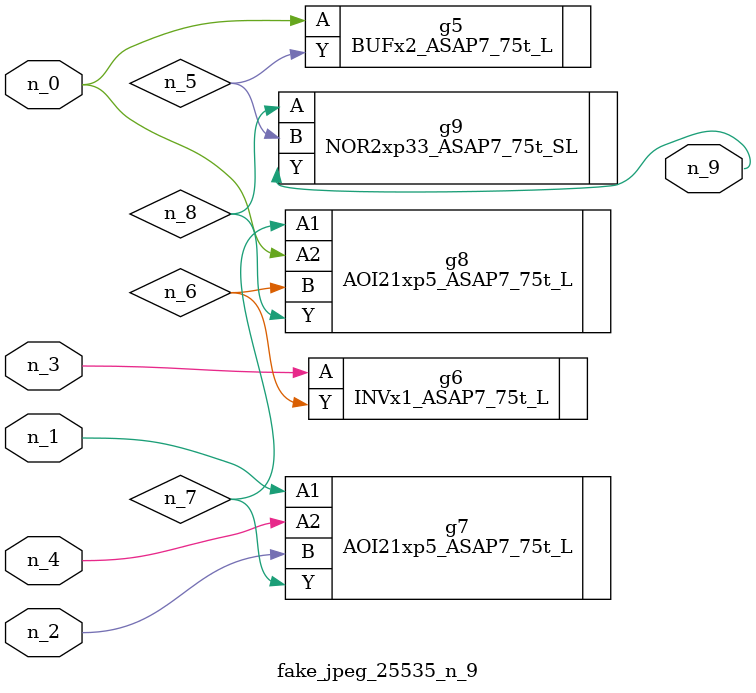
<source format=v>
module fake_jpeg_25535_n_9 (n_3, n_2, n_1, n_0, n_4, n_9);

input n_3;
input n_2;
input n_1;
input n_0;
input n_4;

output n_9;

wire n_8;
wire n_6;
wire n_5;
wire n_7;

BUFx2_ASAP7_75t_L g5 ( 
.A(n_0),
.Y(n_5)
);

INVx1_ASAP7_75t_L g6 ( 
.A(n_3),
.Y(n_6)
);

AOI21xp5_ASAP7_75t_L g7 ( 
.A1(n_1),
.A2(n_4),
.B(n_2),
.Y(n_7)
);

AOI21xp5_ASAP7_75t_L g8 ( 
.A1(n_7),
.A2(n_0),
.B(n_6),
.Y(n_8)
);

NOR2xp33_ASAP7_75t_SL g9 ( 
.A(n_8),
.B(n_5),
.Y(n_9)
);


endmodule
</source>
